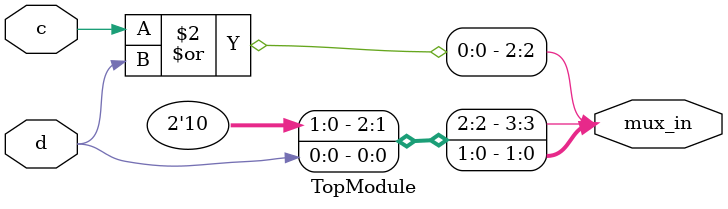
<source format=sv>
module TopModule(
    input logic c,
    input logic d,
    output logic [3:0] mux_in
);

    always @(*) begin
        mux_in[0] = d;         // Directly assign d
        mux_in[1] = 1'b0;      // Directly assign 0
        mux_in[2] = c | d;     // Use a 2-to-1 mux logic: c as select, d as input
        mux_in[3] = 1'b1;      // Directly assign 1
    end

endmodule
</source>
